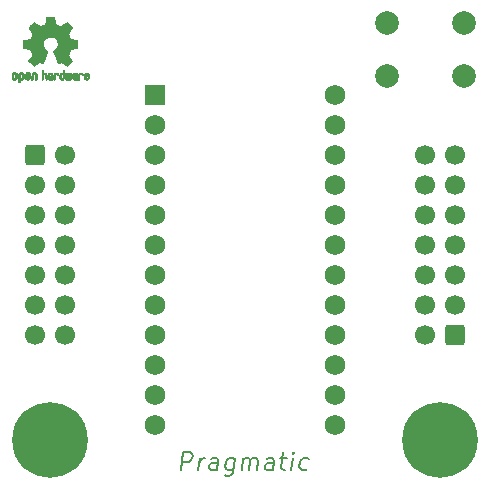
<source format=gts>
%TF.GenerationSoftware,KiCad,Pcbnew,(6.0.4-0)*%
%TF.CreationDate,2022-03-28T13:42:25+08:00*%
%TF.ProjectId,Pragmatic,50726167-6d61-4746-9963-2e6b69636164,V3*%
%TF.SameCoordinates,Original*%
%TF.FileFunction,Soldermask,Top*%
%TF.FilePolarity,Negative*%
%FSLAX46Y46*%
G04 Gerber Fmt 4.6, Leading zero omitted, Abs format (unit mm)*
G04 Created by KiCad (PCBNEW (6.0.4-0)) date 2022-03-28 13:42:25*
%MOMM*%
%LPD*%
G01*
G04 APERTURE LIST*
G04 Aperture macros list*
%AMRoundRect*
0 Rectangle with rounded corners*
0 $1 Rounding radius*
0 $2 $3 $4 $5 $6 $7 $8 $9 X,Y pos of 4 corners*
0 Add a 4 corners polygon primitive as box body*
4,1,4,$2,$3,$4,$5,$6,$7,$8,$9,$2,$3,0*
0 Add four circle primitives for the rounded corners*
1,1,$1+$1,$2,$3*
1,1,$1+$1,$4,$5*
1,1,$1+$1,$6,$7*
1,1,$1+$1,$8,$9*
0 Add four rect primitives between the rounded corners*
20,1,$1+$1,$2,$3,$4,$5,0*
20,1,$1+$1,$4,$5,$6,$7,0*
20,1,$1+$1,$6,$7,$8,$9,0*
20,1,$1+$1,$8,$9,$2,$3,0*%
G04 Aperture macros list end*
%ADD10C,0.200000*%
%ADD11C,0.010000*%
%ADD12RoundRect,0.250000X-0.600000X-0.600000X0.600000X-0.600000X0.600000X0.600000X-0.600000X0.600000X0*%
%ADD13C,1.700000*%
%ADD14RoundRect,0.250000X0.600000X0.600000X-0.600000X0.600000X-0.600000X-0.600000X0.600000X-0.600000X0*%
%ADD15C,2.000000*%
%ADD16R,1.752600X1.752600*%
%ADD17C,1.752600*%
%ADD18C,6.400000*%
G04 APERTURE END LIST*
D10*
X134236562Y-85133571D02*
X134424062Y-83633571D01*
X134995491Y-83633571D01*
X135129419Y-83705000D01*
X135191919Y-83776428D01*
X135245491Y-83919285D01*
X135218705Y-84133571D01*
X135129419Y-84276428D01*
X135049062Y-84347857D01*
X134897276Y-84419285D01*
X134325848Y-84419285D01*
X135736562Y-85133571D02*
X135861562Y-84133571D01*
X135825848Y-84419285D02*
X135915133Y-84276428D01*
X135995491Y-84205000D01*
X136147276Y-84133571D01*
X136290133Y-84133571D01*
X137307991Y-85133571D02*
X137406205Y-84347857D01*
X137352633Y-84205000D01*
X137218705Y-84133571D01*
X136932991Y-84133571D01*
X136781205Y-84205000D01*
X137316919Y-85062142D02*
X137165133Y-85133571D01*
X136807991Y-85133571D01*
X136674062Y-85062142D01*
X136620491Y-84919285D01*
X136638348Y-84776428D01*
X136727633Y-84633571D01*
X136879419Y-84562142D01*
X137236562Y-84562142D01*
X137388348Y-84490714D01*
X138790133Y-84133571D02*
X138638348Y-85347857D01*
X138549062Y-85490714D01*
X138468705Y-85562142D01*
X138316919Y-85633571D01*
X138102633Y-85633571D01*
X137968705Y-85562142D01*
X138674062Y-85062142D02*
X138522276Y-85133571D01*
X138236562Y-85133571D01*
X138102633Y-85062142D01*
X138040133Y-84990714D01*
X137986562Y-84847857D01*
X138040133Y-84419285D01*
X138129419Y-84276428D01*
X138209776Y-84205000D01*
X138361562Y-84133571D01*
X138647276Y-84133571D01*
X138781205Y-84205000D01*
X139379419Y-85133571D02*
X139504419Y-84133571D01*
X139486562Y-84276428D02*
X139566919Y-84205000D01*
X139718705Y-84133571D01*
X139932991Y-84133571D01*
X140066919Y-84205000D01*
X140120491Y-84347857D01*
X140022276Y-85133571D01*
X140120491Y-84347857D02*
X140209776Y-84205000D01*
X140361562Y-84133571D01*
X140575848Y-84133571D01*
X140709776Y-84205000D01*
X140763348Y-84347857D01*
X140665133Y-85133571D01*
X142022276Y-85133571D02*
X142120491Y-84347857D01*
X142066919Y-84205000D01*
X141932991Y-84133571D01*
X141647276Y-84133571D01*
X141495491Y-84205000D01*
X142031205Y-85062142D02*
X141879419Y-85133571D01*
X141522276Y-85133571D01*
X141388348Y-85062142D01*
X141334776Y-84919285D01*
X141352633Y-84776428D01*
X141441919Y-84633571D01*
X141593705Y-84562142D01*
X141950848Y-84562142D01*
X142102633Y-84490714D01*
X142647276Y-84133571D02*
X143218705Y-84133571D01*
X142924062Y-83633571D02*
X142763348Y-84919285D01*
X142816919Y-85062142D01*
X142950848Y-85133571D01*
X143093705Y-85133571D01*
X143593705Y-85133571D02*
X143718705Y-84133571D01*
X143781205Y-83633571D02*
X143700848Y-83705000D01*
X143763348Y-83776428D01*
X143843705Y-83705000D01*
X143781205Y-83633571D01*
X143763348Y-83776428D01*
X144959776Y-85062142D02*
X144807991Y-85133571D01*
X144522276Y-85133571D01*
X144388348Y-85062142D01*
X144325848Y-84990714D01*
X144272276Y-84847857D01*
X144325848Y-84419285D01*
X144415133Y-84276428D01*
X144495491Y-84205000D01*
X144647276Y-84133571D01*
X144932991Y-84133571D01*
X145066919Y-84205000D01*
%TO.C,Logo1*%
G36*
X124969833Y-51488663D02*
G01*
X124972048Y-51526850D01*
X124973784Y-51584886D01*
X124974899Y-51658180D01*
X124975257Y-51735055D01*
X124975257Y-51995196D01*
X124929326Y-52041127D01*
X124897675Y-52069429D01*
X124869890Y-52080893D01*
X124831915Y-52080168D01*
X124816840Y-52078321D01*
X124769726Y-52072948D01*
X124730756Y-52069869D01*
X124721257Y-52069585D01*
X124689233Y-52071445D01*
X124643432Y-52076114D01*
X124625674Y-52078321D01*
X124582057Y-52081735D01*
X124552745Y-52074320D01*
X124523680Y-52051427D01*
X124513188Y-52041127D01*
X124467257Y-51995196D01*
X124467257Y-51508602D01*
X124504226Y-51491758D01*
X124536059Y-51479282D01*
X124554683Y-51474914D01*
X124559458Y-51488718D01*
X124563921Y-51527286D01*
X124567775Y-51586356D01*
X124570722Y-51661663D01*
X124572143Y-51725286D01*
X124576114Y-51975657D01*
X124610759Y-51980556D01*
X124642268Y-51977131D01*
X124657708Y-51966041D01*
X124662023Y-51945308D01*
X124665708Y-51901145D01*
X124668469Y-51839146D01*
X124670012Y-51764909D01*
X124670235Y-51726706D01*
X124670457Y-51506783D01*
X124716166Y-51490849D01*
X124748518Y-51480015D01*
X124766115Y-51474962D01*
X124766623Y-51474914D01*
X124768388Y-51488648D01*
X124770329Y-51526730D01*
X124772282Y-51584482D01*
X124774084Y-51657227D01*
X124775343Y-51725286D01*
X124779314Y-51975657D01*
X124866400Y-51975657D01*
X124870396Y-51747240D01*
X124874392Y-51518822D01*
X124916847Y-51496868D01*
X124948192Y-51481793D01*
X124966744Y-51474951D01*
X124967279Y-51474914D01*
X124969833Y-51488663D01*
G37*
D11*
X124969833Y-51488663D02*
X124972048Y-51526850D01*
X124973784Y-51584886D01*
X124974899Y-51658180D01*
X124975257Y-51735055D01*
X124975257Y-51995196D01*
X124929326Y-52041127D01*
X124897675Y-52069429D01*
X124869890Y-52080893D01*
X124831915Y-52080168D01*
X124816840Y-52078321D01*
X124769726Y-52072948D01*
X124730756Y-52069869D01*
X124721257Y-52069585D01*
X124689233Y-52071445D01*
X124643432Y-52076114D01*
X124625674Y-52078321D01*
X124582057Y-52081735D01*
X124552745Y-52074320D01*
X124523680Y-52051427D01*
X124513188Y-52041127D01*
X124467257Y-51995196D01*
X124467257Y-51508602D01*
X124504226Y-51491758D01*
X124536059Y-51479282D01*
X124554683Y-51474914D01*
X124559458Y-51488718D01*
X124563921Y-51527286D01*
X124567775Y-51586356D01*
X124570722Y-51661663D01*
X124572143Y-51725286D01*
X124576114Y-51975657D01*
X124610759Y-51980556D01*
X124642268Y-51977131D01*
X124657708Y-51966041D01*
X124662023Y-51945308D01*
X124665708Y-51901145D01*
X124668469Y-51839146D01*
X124670012Y-51764909D01*
X124670235Y-51726706D01*
X124670457Y-51506783D01*
X124716166Y-51490849D01*
X124748518Y-51480015D01*
X124766115Y-51474962D01*
X124766623Y-51474914D01*
X124768388Y-51488648D01*
X124770329Y-51526730D01*
X124772282Y-51584482D01*
X124774084Y-51657227D01*
X124775343Y-51725286D01*
X124779314Y-51975657D01*
X124866400Y-51975657D01*
X124870396Y-51747240D01*
X124874392Y-51518822D01*
X124916847Y-51496868D01*
X124948192Y-51481793D01*
X124966744Y-51474951D01*
X124967279Y-51474914D01*
X124969833Y-51488663D01*
G36*
X123293910Y-46772348D02*
G01*
X123372454Y-46772778D01*
X123429298Y-46773942D01*
X123468105Y-46776207D01*
X123492538Y-46779940D01*
X123506262Y-46785506D01*
X123512940Y-46793273D01*
X123516236Y-46803605D01*
X123516556Y-46804943D01*
X123521562Y-46829079D01*
X123530829Y-46876701D01*
X123543392Y-46942741D01*
X123558287Y-47022128D01*
X123574551Y-47109796D01*
X123575119Y-47112875D01*
X123591410Y-47198789D01*
X123606652Y-47274696D01*
X123619861Y-47336045D01*
X123630054Y-47378282D01*
X123636248Y-47396855D01*
X123636543Y-47397184D01*
X123654788Y-47406253D01*
X123692405Y-47421367D01*
X123741271Y-47439262D01*
X123741543Y-47439358D01*
X123803093Y-47462493D01*
X123875657Y-47491965D01*
X123944057Y-47521597D01*
X123947294Y-47523062D01*
X124058702Y-47573626D01*
X124305399Y-47405160D01*
X124381077Y-47353803D01*
X124449631Y-47307889D01*
X124507088Y-47270030D01*
X124549476Y-47242837D01*
X124572825Y-47228921D01*
X124575042Y-47227889D01*
X124592010Y-47232484D01*
X124623701Y-47254655D01*
X124671352Y-47295447D01*
X124736198Y-47355905D01*
X124802397Y-47420227D01*
X124866214Y-47483612D01*
X124923329Y-47541451D01*
X124970305Y-47590175D01*
X125003703Y-47626210D01*
X125020085Y-47645984D01*
X125020694Y-47647002D01*
X125022505Y-47660572D01*
X125015683Y-47682733D01*
X124998540Y-47716478D01*
X124969393Y-47764800D01*
X124926555Y-47830692D01*
X124869448Y-47915517D01*
X124818766Y-47990177D01*
X124773461Y-48057140D01*
X124736150Y-48112516D01*
X124709452Y-48152420D01*
X124695985Y-48172962D01*
X124695137Y-48174356D01*
X124696781Y-48194038D01*
X124709245Y-48232293D01*
X124730048Y-48281889D01*
X124737462Y-48297728D01*
X124769814Y-48368290D01*
X124804328Y-48448353D01*
X124832365Y-48517629D01*
X124852568Y-48569045D01*
X124868615Y-48608119D01*
X124877888Y-48628541D01*
X124879041Y-48630114D01*
X124896096Y-48632721D01*
X124936298Y-48639863D01*
X124994302Y-48650523D01*
X125064763Y-48663685D01*
X125142335Y-48678333D01*
X125221672Y-48693449D01*
X125297431Y-48708018D01*
X125364264Y-48721022D01*
X125416828Y-48731445D01*
X125449776Y-48738270D01*
X125457857Y-48740199D01*
X125466205Y-48744962D01*
X125472506Y-48755718D01*
X125477045Y-48776098D01*
X125480104Y-48809734D01*
X125481967Y-48860255D01*
X125482918Y-48931292D01*
X125483240Y-49026476D01*
X125483257Y-49065492D01*
X125483257Y-49382799D01*
X125407057Y-49397839D01*
X125364663Y-49405995D01*
X125301400Y-49417899D01*
X125224962Y-49432116D01*
X125143043Y-49447210D01*
X125120400Y-49451355D01*
X125044806Y-49466053D01*
X124978953Y-49480505D01*
X124928366Y-49493375D01*
X124898574Y-49503322D01*
X124893612Y-49506287D01*
X124881426Y-49527283D01*
X124863953Y-49567967D01*
X124844577Y-49620322D01*
X124840734Y-49631600D01*
X124815339Y-49701523D01*
X124783817Y-49780418D01*
X124752969Y-49851266D01*
X124752817Y-49851595D01*
X124701447Y-49962733D01*
X124870399Y-50211253D01*
X125039352Y-50459772D01*
X124822429Y-50677058D01*
X124756819Y-50741726D01*
X124696979Y-50798733D01*
X124646267Y-50845033D01*
X124608046Y-50877584D01*
X124585675Y-50893343D01*
X124582466Y-50894343D01*
X124563626Y-50886469D01*
X124525180Y-50864578D01*
X124471330Y-50831267D01*
X124406276Y-50789131D01*
X124335940Y-50741943D01*
X124264555Y-50693810D01*
X124200908Y-50651928D01*
X124149041Y-50618871D01*
X124112995Y-50597218D01*
X124096867Y-50589543D01*
X124077189Y-50596037D01*
X124039875Y-50613150D01*
X123992621Y-50637326D01*
X123987612Y-50640013D01*
X123923977Y-50671927D01*
X123880341Y-50687579D01*
X123853202Y-50687745D01*
X123839057Y-50673204D01*
X123838975Y-50673000D01*
X123831905Y-50655779D01*
X123815042Y-50614899D01*
X123789695Y-50553525D01*
X123757171Y-50474819D01*
X123718778Y-50381947D01*
X123675822Y-50278072D01*
X123634222Y-50177502D01*
X123588504Y-50066516D01*
X123546526Y-49963703D01*
X123509548Y-49872215D01*
X123478827Y-49795201D01*
X123455622Y-49735815D01*
X123441190Y-49697209D01*
X123436743Y-49682800D01*
X123447896Y-49666272D01*
X123477069Y-49639930D01*
X123515971Y-49610887D01*
X123626757Y-49519039D01*
X123713351Y-49413759D01*
X123774716Y-49297266D01*
X123809815Y-49171776D01*
X123817608Y-49039507D01*
X123811943Y-48978457D01*
X123781078Y-48851795D01*
X123727920Y-48739941D01*
X123655767Y-48644001D01*
X123567917Y-48565076D01*
X123467665Y-48504270D01*
X123358310Y-48462687D01*
X123243147Y-48441428D01*
X123125475Y-48441599D01*
X123008590Y-48464301D01*
X122895789Y-48510638D01*
X122790369Y-48581713D01*
X122746368Y-48621911D01*
X122661979Y-48725129D01*
X122603222Y-48837925D01*
X122569704Y-48957010D01*
X122561035Y-49079095D01*
X122576823Y-49200893D01*
X122616678Y-49319116D01*
X122680207Y-49430475D01*
X122767021Y-49531684D01*
X122864029Y-49610887D01*
X122904437Y-49641162D01*
X122932982Y-49667219D01*
X122943257Y-49682825D01*
X122937877Y-49699843D01*
X122922575Y-49740500D01*
X122898612Y-49801642D01*
X122867244Y-49880119D01*
X122829732Y-49972780D01*
X122787333Y-50076472D01*
X122745663Y-50177526D01*
X122699690Y-50288607D01*
X122657107Y-50391541D01*
X122619221Y-50483165D01*
X122587340Y-50560316D01*
X122562771Y-50619831D01*
X122546820Y-50658544D01*
X122540910Y-50673000D01*
X122526948Y-50687685D01*
X122499940Y-50687642D01*
X122456413Y-50672099D01*
X122392890Y-50640284D01*
X122392388Y-50640013D01*
X122344560Y-50615323D01*
X122305897Y-50597338D01*
X122284095Y-50589614D01*
X122283133Y-50589543D01*
X122266721Y-50597378D01*
X122230487Y-50619165D01*
X122178474Y-50652328D01*
X122114725Y-50694291D01*
X122044060Y-50741943D01*
X121972116Y-50790191D01*
X121907274Y-50832151D01*
X121853735Y-50865227D01*
X121815697Y-50886821D01*
X121797533Y-50894343D01*
X121780808Y-50884457D01*
X121747180Y-50856826D01*
X121700010Y-50814495D01*
X121642658Y-50760505D01*
X121578484Y-50697899D01*
X121557497Y-50676983D01*
X121340499Y-50459623D01*
X121505668Y-50217220D01*
X121555864Y-50142781D01*
X121599919Y-50075972D01*
X121635362Y-50020665D01*
X121659719Y-49980729D01*
X121670522Y-49960036D01*
X121670838Y-49958563D01*
X121665143Y-49939058D01*
X121649826Y-49899822D01*
X121627537Y-49847430D01*
X121611893Y-49812355D01*
X121582641Y-49745201D01*
X121555094Y-49677358D01*
X121533737Y-49620034D01*
X121527935Y-49602572D01*
X121511452Y-49555938D01*
X121495340Y-49519905D01*
X121486490Y-49506287D01*
X121466960Y-49497952D01*
X121424334Y-49486137D01*
X121364145Y-49472181D01*
X121291922Y-49457422D01*
X121259600Y-49451355D01*
X121177522Y-49436273D01*
X121098795Y-49421669D01*
X121031109Y-49408980D01*
X120982160Y-49399642D01*
X120972943Y-49397839D01*
X120896743Y-49382799D01*
X120896743Y-49065492D01*
X120896914Y-48961154D01*
X120897616Y-48882213D01*
X120899134Y-48825038D01*
X120901749Y-48785999D01*
X120905746Y-48761465D01*
X120911409Y-48747805D01*
X120919020Y-48741389D01*
X120922143Y-48740199D01*
X120940978Y-48735980D01*
X120982588Y-48727562D01*
X121041630Y-48715961D01*
X121112757Y-48702195D01*
X121190625Y-48687280D01*
X121269887Y-48672232D01*
X121345198Y-48658069D01*
X121411213Y-48645806D01*
X121462587Y-48636461D01*
X121493975Y-48631050D01*
X121500959Y-48630114D01*
X121507285Y-48617596D01*
X121521290Y-48584246D01*
X121540355Y-48536377D01*
X121547634Y-48517629D01*
X121576996Y-48445195D01*
X121611571Y-48365170D01*
X121642537Y-48297728D01*
X121665323Y-48246159D01*
X121680482Y-48203785D01*
X121685542Y-48177834D01*
X121684736Y-48174356D01*
X121674041Y-48157936D01*
X121649620Y-48121417D01*
X121614095Y-48068687D01*
X121570087Y-48003635D01*
X121520217Y-47930151D01*
X121510356Y-47915645D01*
X121452492Y-47829704D01*
X121409956Y-47764261D01*
X121381054Y-47716304D01*
X121364090Y-47682820D01*
X121357367Y-47660795D01*
X121359190Y-47647217D01*
X121359236Y-47647131D01*
X121373586Y-47629297D01*
X121405323Y-47594817D01*
X121451010Y-47547268D01*
X121507204Y-47490222D01*
X121570468Y-47427255D01*
X121577602Y-47420227D01*
X121657330Y-47343020D01*
X121718857Y-47286330D01*
X121763421Y-47249110D01*
X121792257Y-47230315D01*
X121804958Y-47227889D01*
X121823494Y-47238471D01*
X121861961Y-47262916D01*
X121916386Y-47298612D01*
X121982798Y-47342947D01*
X122057225Y-47393311D01*
X122074601Y-47405160D01*
X122321297Y-47573626D01*
X122432706Y-47523062D01*
X122500457Y-47493595D01*
X122573183Y-47463959D01*
X122635703Y-47440330D01*
X122638457Y-47439358D01*
X122687360Y-47421457D01*
X122725057Y-47406320D01*
X122743425Y-47397210D01*
X122743456Y-47397184D01*
X122749285Y-47380717D01*
X122759192Y-47340219D01*
X122772195Y-47280242D01*
X122787309Y-47205340D01*
X122803552Y-47120064D01*
X122804881Y-47112875D01*
X122821175Y-47025014D01*
X122836133Y-46945260D01*
X122848791Y-46878681D01*
X122858186Y-46830347D01*
X122863354Y-46805325D01*
X122863444Y-46804943D01*
X122866589Y-46794299D01*
X122872704Y-46786262D01*
X122885453Y-46780467D01*
X122908500Y-46776547D01*
X122945509Y-46774135D01*
X123000144Y-46772865D01*
X123076067Y-46772371D01*
X123176944Y-46772286D01*
X123190000Y-46772286D01*
X123293910Y-46772348D01*
G37*
X123293910Y-46772348D02*
X123372454Y-46772778D01*
X123429298Y-46773942D01*
X123468105Y-46776207D01*
X123492538Y-46779940D01*
X123506262Y-46785506D01*
X123512940Y-46793273D01*
X123516236Y-46803605D01*
X123516556Y-46804943D01*
X123521562Y-46829079D01*
X123530829Y-46876701D01*
X123543392Y-46942741D01*
X123558287Y-47022128D01*
X123574551Y-47109796D01*
X123575119Y-47112875D01*
X123591410Y-47198789D01*
X123606652Y-47274696D01*
X123619861Y-47336045D01*
X123630054Y-47378282D01*
X123636248Y-47396855D01*
X123636543Y-47397184D01*
X123654788Y-47406253D01*
X123692405Y-47421367D01*
X123741271Y-47439262D01*
X123741543Y-47439358D01*
X123803093Y-47462493D01*
X123875657Y-47491965D01*
X123944057Y-47521597D01*
X123947294Y-47523062D01*
X124058702Y-47573626D01*
X124305399Y-47405160D01*
X124381077Y-47353803D01*
X124449631Y-47307889D01*
X124507088Y-47270030D01*
X124549476Y-47242837D01*
X124572825Y-47228921D01*
X124575042Y-47227889D01*
X124592010Y-47232484D01*
X124623701Y-47254655D01*
X124671352Y-47295447D01*
X124736198Y-47355905D01*
X124802397Y-47420227D01*
X124866214Y-47483612D01*
X124923329Y-47541451D01*
X124970305Y-47590175D01*
X125003703Y-47626210D01*
X125020085Y-47645984D01*
X125020694Y-47647002D01*
X125022505Y-47660572D01*
X125015683Y-47682733D01*
X124998540Y-47716478D01*
X124969393Y-47764800D01*
X124926555Y-47830692D01*
X124869448Y-47915517D01*
X124818766Y-47990177D01*
X124773461Y-48057140D01*
X124736150Y-48112516D01*
X124709452Y-48152420D01*
X124695985Y-48172962D01*
X124695137Y-48174356D01*
X124696781Y-48194038D01*
X124709245Y-48232293D01*
X124730048Y-48281889D01*
X124737462Y-48297728D01*
X124769814Y-48368290D01*
X124804328Y-48448353D01*
X124832365Y-48517629D01*
X124852568Y-48569045D01*
X124868615Y-48608119D01*
X124877888Y-48628541D01*
X124879041Y-48630114D01*
X124896096Y-48632721D01*
X124936298Y-48639863D01*
X124994302Y-48650523D01*
X125064763Y-48663685D01*
X125142335Y-48678333D01*
X125221672Y-48693449D01*
X125297431Y-48708018D01*
X125364264Y-48721022D01*
X125416828Y-48731445D01*
X125449776Y-48738270D01*
X125457857Y-48740199D01*
X125466205Y-48744962D01*
X125472506Y-48755718D01*
X125477045Y-48776098D01*
X125480104Y-48809734D01*
X125481967Y-48860255D01*
X125482918Y-48931292D01*
X125483240Y-49026476D01*
X125483257Y-49065492D01*
X125483257Y-49382799D01*
X125407057Y-49397839D01*
X125364663Y-49405995D01*
X125301400Y-49417899D01*
X125224962Y-49432116D01*
X125143043Y-49447210D01*
X125120400Y-49451355D01*
X125044806Y-49466053D01*
X124978953Y-49480505D01*
X124928366Y-49493375D01*
X124898574Y-49503322D01*
X124893612Y-49506287D01*
X124881426Y-49527283D01*
X124863953Y-49567967D01*
X124844577Y-49620322D01*
X124840734Y-49631600D01*
X124815339Y-49701523D01*
X124783817Y-49780418D01*
X124752969Y-49851266D01*
X124752817Y-49851595D01*
X124701447Y-49962733D01*
X124870399Y-50211253D01*
X125039352Y-50459772D01*
X124822429Y-50677058D01*
X124756819Y-50741726D01*
X124696979Y-50798733D01*
X124646267Y-50845033D01*
X124608046Y-50877584D01*
X124585675Y-50893343D01*
X124582466Y-50894343D01*
X124563626Y-50886469D01*
X124525180Y-50864578D01*
X124471330Y-50831267D01*
X124406276Y-50789131D01*
X124335940Y-50741943D01*
X124264555Y-50693810D01*
X124200908Y-50651928D01*
X124149041Y-50618871D01*
X124112995Y-50597218D01*
X124096867Y-50589543D01*
X124077189Y-50596037D01*
X124039875Y-50613150D01*
X123992621Y-50637326D01*
X123987612Y-50640013D01*
X123923977Y-50671927D01*
X123880341Y-50687579D01*
X123853202Y-50687745D01*
X123839057Y-50673204D01*
X123838975Y-50673000D01*
X123831905Y-50655779D01*
X123815042Y-50614899D01*
X123789695Y-50553525D01*
X123757171Y-50474819D01*
X123718778Y-50381947D01*
X123675822Y-50278072D01*
X123634222Y-50177502D01*
X123588504Y-50066516D01*
X123546526Y-49963703D01*
X123509548Y-49872215D01*
X123478827Y-49795201D01*
X123455622Y-49735815D01*
X123441190Y-49697209D01*
X123436743Y-49682800D01*
X123447896Y-49666272D01*
X123477069Y-49639930D01*
X123515971Y-49610887D01*
X123626757Y-49519039D01*
X123713351Y-49413759D01*
X123774716Y-49297266D01*
X123809815Y-49171776D01*
X123817608Y-49039507D01*
X123811943Y-48978457D01*
X123781078Y-48851795D01*
X123727920Y-48739941D01*
X123655767Y-48644001D01*
X123567917Y-48565076D01*
X123467665Y-48504270D01*
X123358310Y-48462687D01*
X123243147Y-48441428D01*
X123125475Y-48441599D01*
X123008590Y-48464301D01*
X122895789Y-48510638D01*
X122790369Y-48581713D01*
X122746368Y-48621911D01*
X122661979Y-48725129D01*
X122603222Y-48837925D01*
X122569704Y-48957010D01*
X122561035Y-49079095D01*
X122576823Y-49200893D01*
X122616678Y-49319116D01*
X122680207Y-49430475D01*
X122767021Y-49531684D01*
X122864029Y-49610887D01*
X122904437Y-49641162D01*
X122932982Y-49667219D01*
X122943257Y-49682825D01*
X122937877Y-49699843D01*
X122922575Y-49740500D01*
X122898612Y-49801642D01*
X122867244Y-49880119D01*
X122829732Y-49972780D01*
X122787333Y-50076472D01*
X122745663Y-50177526D01*
X122699690Y-50288607D01*
X122657107Y-50391541D01*
X122619221Y-50483165D01*
X122587340Y-50560316D01*
X122562771Y-50619831D01*
X122546820Y-50658544D01*
X122540910Y-50673000D01*
X122526948Y-50687685D01*
X122499940Y-50687642D01*
X122456413Y-50672099D01*
X122392890Y-50640284D01*
X122392388Y-50640013D01*
X122344560Y-50615323D01*
X122305897Y-50597338D01*
X122284095Y-50589614D01*
X122283133Y-50589543D01*
X122266721Y-50597378D01*
X122230487Y-50619165D01*
X122178474Y-50652328D01*
X122114725Y-50694291D01*
X122044060Y-50741943D01*
X121972116Y-50790191D01*
X121907274Y-50832151D01*
X121853735Y-50865227D01*
X121815697Y-50886821D01*
X121797533Y-50894343D01*
X121780808Y-50884457D01*
X121747180Y-50856826D01*
X121700010Y-50814495D01*
X121642658Y-50760505D01*
X121578484Y-50697899D01*
X121557497Y-50676983D01*
X121340499Y-50459623D01*
X121505668Y-50217220D01*
X121555864Y-50142781D01*
X121599919Y-50075972D01*
X121635362Y-50020665D01*
X121659719Y-49980729D01*
X121670522Y-49960036D01*
X121670838Y-49958563D01*
X121665143Y-49939058D01*
X121649826Y-49899822D01*
X121627537Y-49847430D01*
X121611893Y-49812355D01*
X121582641Y-49745201D01*
X121555094Y-49677358D01*
X121533737Y-49620034D01*
X121527935Y-49602572D01*
X121511452Y-49555938D01*
X121495340Y-49519905D01*
X121486490Y-49506287D01*
X121466960Y-49497952D01*
X121424334Y-49486137D01*
X121364145Y-49472181D01*
X121291922Y-49457422D01*
X121259600Y-49451355D01*
X121177522Y-49436273D01*
X121098795Y-49421669D01*
X121031109Y-49408980D01*
X120982160Y-49399642D01*
X120972943Y-49397839D01*
X120896743Y-49382799D01*
X120896743Y-49065492D01*
X120896914Y-48961154D01*
X120897616Y-48882213D01*
X120899134Y-48825038D01*
X120901749Y-48785999D01*
X120905746Y-48761465D01*
X120911409Y-48747805D01*
X120919020Y-48741389D01*
X120922143Y-48740199D01*
X120940978Y-48735980D01*
X120982588Y-48727562D01*
X121041630Y-48715961D01*
X121112757Y-48702195D01*
X121190625Y-48687280D01*
X121269887Y-48672232D01*
X121345198Y-48658069D01*
X121411213Y-48645806D01*
X121462587Y-48636461D01*
X121493975Y-48631050D01*
X121500959Y-48630114D01*
X121507285Y-48617596D01*
X121521290Y-48584246D01*
X121540355Y-48536377D01*
X121547634Y-48517629D01*
X121576996Y-48445195D01*
X121611571Y-48365170D01*
X121642537Y-48297728D01*
X121665323Y-48246159D01*
X121680482Y-48203785D01*
X121685542Y-48177834D01*
X121684736Y-48174356D01*
X121674041Y-48157936D01*
X121649620Y-48121417D01*
X121614095Y-48068687D01*
X121570087Y-48003635D01*
X121520217Y-47930151D01*
X121510356Y-47915645D01*
X121452492Y-47829704D01*
X121409956Y-47764261D01*
X121381054Y-47716304D01*
X121364090Y-47682820D01*
X121357367Y-47660795D01*
X121359190Y-47647217D01*
X121359236Y-47647131D01*
X121373586Y-47629297D01*
X121405323Y-47594817D01*
X121451010Y-47547268D01*
X121507204Y-47490222D01*
X121570468Y-47427255D01*
X121577602Y-47420227D01*
X121657330Y-47343020D01*
X121718857Y-47286330D01*
X121763421Y-47249110D01*
X121792257Y-47230315D01*
X121804958Y-47227889D01*
X121823494Y-47238471D01*
X121861961Y-47262916D01*
X121916386Y-47298612D01*
X121982798Y-47342947D01*
X122057225Y-47393311D01*
X122074601Y-47405160D01*
X122321297Y-47573626D01*
X122432706Y-47523062D01*
X122500457Y-47493595D01*
X122573183Y-47463959D01*
X122635703Y-47440330D01*
X122638457Y-47439358D01*
X122687360Y-47421457D01*
X122725057Y-47406320D01*
X122743425Y-47397210D01*
X122743456Y-47397184D01*
X122749285Y-47380717D01*
X122759192Y-47340219D01*
X122772195Y-47280242D01*
X122787309Y-47205340D01*
X122803552Y-47120064D01*
X122804881Y-47112875D01*
X122821175Y-47025014D01*
X122836133Y-46945260D01*
X122848791Y-46878681D01*
X122858186Y-46830347D01*
X122863354Y-46805325D01*
X122863444Y-46804943D01*
X122866589Y-46794299D01*
X122872704Y-46786262D01*
X122885453Y-46780467D01*
X122908500Y-46776547D01*
X122945509Y-46774135D01*
X123000144Y-46772865D01*
X123076067Y-46772371D01*
X123176944Y-46772286D01*
X123190000Y-46772286D01*
X123293910Y-46772348D01*
G36*
X126058196Y-51625384D02*
G01*
X126071884Y-51576695D01*
X126094096Y-51540849D01*
X126126574Y-51512513D01*
X126140733Y-51503355D01*
X126205053Y-51479507D01*
X126275473Y-51478006D01*
X126343595Y-51496966D01*
X126401021Y-51534497D01*
X126428719Y-51568096D01*
X126450662Y-51629064D01*
X126452405Y-51677308D01*
X126448457Y-51741816D01*
X126299686Y-51806934D01*
X126227349Y-51840202D01*
X126180084Y-51866964D01*
X126155507Y-51890144D01*
X126151237Y-51912667D01*
X126164889Y-51937455D01*
X126179943Y-51953886D01*
X126223746Y-51980235D01*
X126271389Y-51982081D01*
X126315145Y-51961546D01*
X126347289Y-51920752D01*
X126353038Y-51906347D01*
X126380576Y-51861356D01*
X126412258Y-51842182D01*
X126455714Y-51825779D01*
X126455714Y-51887966D01*
X126451872Y-51930283D01*
X126436823Y-51965969D01*
X126405280Y-52006943D01*
X126400592Y-52012267D01*
X126365506Y-52048720D01*
X126335347Y-52068283D01*
X126297615Y-52077283D01*
X126266335Y-52080230D01*
X126210385Y-52080965D01*
X126170555Y-52071660D01*
X126145708Y-52057846D01*
X126106656Y-52027467D01*
X126079625Y-51994613D01*
X126062517Y-51953294D01*
X126053238Y-51897521D01*
X126049693Y-51821305D01*
X126049410Y-51782622D01*
X126050372Y-51736247D01*
X126138007Y-51736247D01*
X126139023Y-51761126D01*
X126141556Y-51765200D01*
X126158274Y-51759665D01*
X126194249Y-51745017D01*
X126242331Y-51724190D01*
X126252386Y-51719714D01*
X126313152Y-51688814D01*
X126346632Y-51661657D01*
X126353990Y-51636220D01*
X126336391Y-51610481D01*
X126321856Y-51599109D01*
X126269410Y-51576364D01*
X126220322Y-51580122D01*
X126179227Y-51607884D01*
X126150758Y-51657152D01*
X126141631Y-51696257D01*
X126138007Y-51736247D01*
X126050372Y-51736247D01*
X126051285Y-51692249D01*
X126058196Y-51625384D01*
G37*
X126058196Y-51625384D02*
X126071884Y-51576695D01*
X126094096Y-51540849D01*
X126126574Y-51512513D01*
X126140733Y-51503355D01*
X126205053Y-51479507D01*
X126275473Y-51478006D01*
X126343595Y-51496966D01*
X126401021Y-51534497D01*
X126428719Y-51568096D01*
X126450662Y-51629064D01*
X126452405Y-51677308D01*
X126448457Y-51741816D01*
X126299686Y-51806934D01*
X126227349Y-51840202D01*
X126180084Y-51866964D01*
X126155507Y-51890144D01*
X126151237Y-51912667D01*
X126164889Y-51937455D01*
X126179943Y-51953886D01*
X126223746Y-51980235D01*
X126271389Y-51982081D01*
X126315145Y-51961546D01*
X126347289Y-51920752D01*
X126353038Y-51906347D01*
X126380576Y-51861356D01*
X126412258Y-51842182D01*
X126455714Y-51825779D01*
X126455714Y-51887966D01*
X126451872Y-51930283D01*
X126436823Y-51965969D01*
X126405280Y-52006943D01*
X126400592Y-52012267D01*
X126365506Y-52048720D01*
X126335347Y-52068283D01*
X126297615Y-52077283D01*
X126266335Y-52080230D01*
X126210385Y-52080965D01*
X126170555Y-52071660D01*
X126145708Y-52057846D01*
X126106656Y-52027467D01*
X126079625Y-51994613D01*
X126062517Y-51953294D01*
X126053238Y-51897521D01*
X126049693Y-51821305D01*
X126049410Y-51782622D01*
X126050372Y-51736247D01*
X126138007Y-51736247D01*
X126139023Y-51761126D01*
X126141556Y-51765200D01*
X126158274Y-51759665D01*
X126194249Y-51745017D01*
X126242331Y-51724190D01*
X126252386Y-51719714D01*
X126313152Y-51688814D01*
X126346632Y-51661657D01*
X126353990Y-51636220D01*
X126336391Y-51610481D01*
X126321856Y-51599109D01*
X126269410Y-51576364D01*
X126220322Y-51580122D01*
X126179227Y-51607884D01*
X126150758Y-51657152D01*
X126141631Y-51696257D01*
X126138007Y-51736247D01*
X126050372Y-51736247D01*
X126051285Y-51692249D01*
X126058196Y-51625384D01*
G36*
X125334876Y-51486335D02*
G01*
X125376667Y-51505344D01*
X125409469Y-51528378D01*
X125433503Y-51554133D01*
X125450097Y-51587358D01*
X125460577Y-51632800D01*
X125466271Y-51695207D01*
X125468507Y-51779327D01*
X125468743Y-51834721D01*
X125468743Y-52050826D01*
X125431774Y-52067670D01*
X125402656Y-52079981D01*
X125388231Y-52084514D01*
X125385472Y-52071025D01*
X125383282Y-52034653D01*
X125381942Y-51981542D01*
X125381657Y-51939372D01*
X125380434Y-51878447D01*
X125377136Y-51830115D01*
X125372321Y-51800518D01*
X125368496Y-51794229D01*
X125342783Y-51800652D01*
X125302418Y-51817125D01*
X125255679Y-51839458D01*
X125210845Y-51863457D01*
X125176193Y-51884930D01*
X125160002Y-51899685D01*
X125159938Y-51899845D01*
X125161330Y-51927152D01*
X125173818Y-51953219D01*
X125195743Y-51974392D01*
X125227743Y-51981474D01*
X125255092Y-51980649D01*
X125293826Y-51980042D01*
X125314158Y-51989116D01*
X125326369Y-52013092D01*
X125327909Y-52017613D01*
X125333203Y-52051806D01*
X125319047Y-52072568D01*
X125282148Y-52082462D01*
X125242289Y-52084292D01*
X125170562Y-52070727D01*
X125133432Y-52051355D01*
X125087576Y-52005845D01*
X125063256Y-51949983D01*
X125061073Y-51890957D01*
X125081629Y-51835953D01*
X125112549Y-51801486D01*
X125143420Y-51782189D01*
X125191942Y-51757759D01*
X125248485Y-51732985D01*
X125257910Y-51729199D01*
X125320019Y-51701791D01*
X125355822Y-51677634D01*
X125367337Y-51653619D01*
X125356580Y-51626635D01*
X125338114Y-51605543D01*
X125294469Y-51579572D01*
X125246446Y-51577624D01*
X125202406Y-51597637D01*
X125170709Y-51637551D01*
X125166549Y-51647848D01*
X125142327Y-51685724D01*
X125106965Y-51713842D01*
X125062343Y-51736917D01*
X125062343Y-51671485D01*
X125064969Y-51631506D01*
X125076230Y-51599997D01*
X125101199Y-51566378D01*
X125125169Y-51540484D01*
X125162441Y-51503817D01*
X125191401Y-51484121D01*
X125222505Y-51476220D01*
X125257713Y-51474914D01*
X125334876Y-51486335D01*
G37*
X125334876Y-51486335D02*
X125376667Y-51505344D01*
X125409469Y-51528378D01*
X125433503Y-51554133D01*
X125450097Y-51587358D01*
X125460577Y-51632800D01*
X125466271Y-51695207D01*
X125468507Y-51779327D01*
X125468743Y-51834721D01*
X125468743Y-52050826D01*
X125431774Y-52067670D01*
X125402656Y-52079981D01*
X125388231Y-52084514D01*
X125385472Y-52071025D01*
X125383282Y-52034653D01*
X125381942Y-51981542D01*
X125381657Y-51939372D01*
X125380434Y-51878447D01*
X125377136Y-51830115D01*
X125372321Y-51800518D01*
X125368496Y-51794229D01*
X125342783Y-51800652D01*
X125302418Y-51817125D01*
X125255679Y-51839458D01*
X125210845Y-51863457D01*
X125176193Y-51884930D01*
X125160002Y-51899685D01*
X125159938Y-51899845D01*
X125161330Y-51927152D01*
X125173818Y-51953219D01*
X125195743Y-51974392D01*
X125227743Y-51981474D01*
X125255092Y-51980649D01*
X125293826Y-51980042D01*
X125314158Y-51989116D01*
X125326369Y-52013092D01*
X125327909Y-52017613D01*
X125333203Y-52051806D01*
X125319047Y-52072568D01*
X125282148Y-52082462D01*
X125242289Y-52084292D01*
X125170562Y-52070727D01*
X125133432Y-52051355D01*
X125087576Y-52005845D01*
X125063256Y-51949983D01*
X125061073Y-51890957D01*
X125081629Y-51835953D01*
X125112549Y-51801486D01*
X125143420Y-51782189D01*
X125191942Y-51757759D01*
X125248485Y-51732985D01*
X125257910Y-51729199D01*
X125320019Y-51701791D01*
X125355822Y-51677634D01*
X125367337Y-51653619D01*
X125356580Y-51626635D01*
X125338114Y-51605543D01*
X125294469Y-51579572D01*
X125246446Y-51577624D01*
X125202406Y-51597637D01*
X125170709Y-51637551D01*
X125166549Y-51647848D01*
X125142327Y-51685724D01*
X125106965Y-51713842D01*
X125062343Y-51736917D01*
X125062343Y-51671485D01*
X125064969Y-51631506D01*
X125076230Y-51599997D01*
X125101199Y-51566378D01*
X125125169Y-51540484D01*
X125162441Y-51503817D01*
X125191401Y-51484121D01*
X125222505Y-51476220D01*
X125257713Y-51474914D01*
X125334876Y-51486335D01*
G36*
X125842600Y-51488752D02*
G01*
X125859948Y-51496334D01*
X125901356Y-51529128D01*
X125936765Y-51576547D01*
X125958664Y-51627151D01*
X125962229Y-51652098D01*
X125950279Y-51686927D01*
X125924067Y-51705357D01*
X125895964Y-51716516D01*
X125883095Y-51718572D01*
X125876829Y-51703649D01*
X125864456Y-51671175D01*
X125859028Y-51656502D01*
X125828590Y-51605744D01*
X125784520Y-51580427D01*
X125728010Y-51581206D01*
X125723825Y-51582203D01*
X125693655Y-51596507D01*
X125671476Y-51624393D01*
X125656327Y-51669287D01*
X125647250Y-51734615D01*
X125643286Y-51823804D01*
X125642914Y-51871261D01*
X125642730Y-51946071D01*
X125641522Y-51997069D01*
X125638309Y-52029471D01*
X125632109Y-52048495D01*
X125621940Y-52059356D01*
X125606819Y-52067272D01*
X125605946Y-52067670D01*
X125576828Y-52079981D01*
X125562403Y-52084514D01*
X125560186Y-52070809D01*
X125558289Y-52032925D01*
X125556847Y-51975715D01*
X125555998Y-51904027D01*
X125555829Y-51851565D01*
X125556692Y-51750047D01*
X125560070Y-51673032D01*
X125567142Y-51616023D01*
X125579088Y-51574526D01*
X125597090Y-51544043D01*
X125622327Y-51520080D01*
X125647247Y-51503355D01*
X125707171Y-51481097D01*
X125776911Y-51476076D01*
X125842600Y-51488752D01*
G37*
X125842600Y-51488752D02*
X125859948Y-51496334D01*
X125901356Y-51529128D01*
X125936765Y-51576547D01*
X125958664Y-51627151D01*
X125962229Y-51652098D01*
X125950279Y-51686927D01*
X125924067Y-51705357D01*
X125895964Y-51716516D01*
X125883095Y-51718572D01*
X125876829Y-51703649D01*
X125864456Y-51671175D01*
X125859028Y-51656502D01*
X125828590Y-51605744D01*
X125784520Y-51580427D01*
X125728010Y-51581206D01*
X125723825Y-51582203D01*
X125693655Y-51596507D01*
X125671476Y-51624393D01*
X125656327Y-51669287D01*
X125647250Y-51734615D01*
X125643286Y-51823804D01*
X125642914Y-51871261D01*
X125642730Y-51946071D01*
X125641522Y-51997069D01*
X125638309Y-52029471D01*
X125632109Y-52048495D01*
X125621940Y-52059356D01*
X125606819Y-52067272D01*
X125605946Y-52067670D01*
X125576828Y-52079981D01*
X125562403Y-52084514D01*
X125560186Y-52070809D01*
X125558289Y-52032925D01*
X125556847Y-51975715D01*
X125555998Y-51904027D01*
X125555829Y-51851565D01*
X125556692Y-51750047D01*
X125560070Y-51673032D01*
X125567142Y-51616023D01*
X125579088Y-51574526D01*
X125597090Y-51544043D01*
X125622327Y-51520080D01*
X125647247Y-51503355D01*
X125707171Y-51481097D01*
X125776911Y-51476076D01*
X125842600Y-51488752D01*
G36*
X123974726Y-51620086D02*
G01*
X123997135Y-51568600D01*
X124032124Y-51528443D01*
X124059375Y-51507861D01*
X124108907Y-51485625D01*
X124166316Y-51475304D01*
X124219682Y-51478067D01*
X124249543Y-51489212D01*
X124261261Y-51492383D01*
X124269037Y-51480557D01*
X124274465Y-51448866D01*
X124278571Y-51400593D01*
X124283067Y-51346829D01*
X124289313Y-51314482D01*
X124300676Y-51295985D01*
X124320528Y-51283770D01*
X124333000Y-51278362D01*
X124380171Y-51258601D01*
X124380117Y-51595358D01*
X124379933Y-51703837D01*
X124379219Y-51787287D01*
X124377675Y-51849704D01*
X124375001Y-51895085D01*
X124370894Y-51927429D01*
X124365055Y-51950733D01*
X124357182Y-51968995D01*
X124351221Y-51979418D01*
X124301855Y-52035945D01*
X124239264Y-52071377D01*
X124170013Y-52084090D01*
X124100668Y-52072463D01*
X124059375Y-52051568D01*
X124016025Y-52015422D01*
X123986481Y-51971276D01*
X123968655Y-51913462D01*
X123960463Y-51836313D01*
X123959302Y-51779714D01*
X123959458Y-51775647D01*
X124060857Y-51775647D01*
X124061476Y-51840550D01*
X124064314Y-51883514D01*
X124070840Y-51911622D01*
X124082523Y-51931953D01*
X124096483Y-51947288D01*
X124143365Y-51976890D01*
X124193701Y-51979419D01*
X124241276Y-51954705D01*
X124244979Y-51951356D01*
X124260783Y-51933935D01*
X124270693Y-51913209D01*
X124276058Y-51882362D01*
X124278228Y-51834577D01*
X124278571Y-51781748D01*
X124277827Y-51715381D01*
X124274748Y-51671106D01*
X124268061Y-51642009D01*
X124256496Y-51621173D01*
X124247013Y-51610107D01*
X124202960Y-51582198D01*
X124152224Y-51578843D01*
X124103796Y-51600159D01*
X124094450Y-51608073D01*
X124078540Y-51625647D01*
X124068610Y-51646587D01*
X124063278Y-51677782D01*
X124061163Y-51726122D01*
X124060857Y-51775647D01*
X123959458Y-51775647D01*
X123962810Y-51688568D01*
X123974726Y-51620086D01*
G37*
X123974726Y-51620086D02*
X123997135Y-51568600D01*
X124032124Y-51528443D01*
X124059375Y-51507861D01*
X124108907Y-51485625D01*
X124166316Y-51475304D01*
X124219682Y-51478067D01*
X124249543Y-51489212D01*
X124261261Y-51492383D01*
X124269037Y-51480557D01*
X124274465Y-51448866D01*
X124278571Y-51400593D01*
X124283067Y-51346829D01*
X124289313Y-51314482D01*
X124300676Y-51295985D01*
X124320528Y-51283770D01*
X124333000Y-51278362D01*
X124380171Y-51258601D01*
X124380117Y-51595358D01*
X124379933Y-51703837D01*
X124379219Y-51787287D01*
X124377675Y-51849704D01*
X124375001Y-51895085D01*
X124370894Y-51927429D01*
X124365055Y-51950733D01*
X124357182Y-51968995D01*
X124351221Y-51979418D01*
X124301855Y-52035945D01*
X124239264Y-52071377D01*
X124170013Y-52084090D01*
X124100668Y-52072463D01*
X124059375Y-52051568D01*
X124016025Y-52015422D01*
X123986481Y-51971276D01*
X123968655Y-51913462D01*
X123960463Y-51836313D01*
X123959302Y-51779714D01*
X123959458Y-51775647D01*
X124060857Y-51775647D01*
X124061476Y-51840550D01*
X124064314Y-51883514D01*
X124070840Y-51911622D01*
X124082523Y-51931953D01*
X124096483Y-51947288D01*
X124143365Y-51976890D01*
X124193701Y-51979419D01*
X124241276Y-51954705D01*
X124244979Y-51951356D01*
X124260783Y-51933935D01*
X124270693Y-51913209D01*
X124276058Y-51882362D01*
X124278228Y-51834577D01*
X124278571Y-51781748D01*
X124277827Y-51715381D01*
X124274748Y-51671106D01*
X124268061Y-51642009D01*
X124256496Y-51621173D01*
X124247013Y-51610107D01*
X124202960Y-51582198D01*
X124152224Y-51578843D01*
X124103796Y-51600159D01*
X124094450Y-51608073D01*
X124078540Y-51625647D01*
X124068610Y-51646587D01*
X124063278Y-51677782D01*
X124061163Y-51726122D01*
X124060857Y-51775647D01*
X123959458Y-51775647D01*
X123962810Y-51688568D01*
X123974726Y-51620086D01*
G36*
X123719926Y-51479755D02*
G01*
X123785858Y-51504084D01*
X123839273Y-51547117D01*
X123860164Y-51577409D01*
X123882939Y-51632994D01*
X123882466Y-51673186D01*
X123858562Y-51700217D01*
X123849717Y-51704813D01*
X123811530Y-51719144D01*
X123792028Y-51715472D01*
X123785422Y-51691407D01*
X123785086Y-51678114D01*
X123772992Y-51629210D01*
X123741471Y-51594999D01*
X123697659Y-51578476D01*
X123648695Y-51582634D01*
X123608894Y-51604227D01*
X123595450Y-51616544D01*
X123585921Y-51631487D01*
X123579485Y-51654075D01*
X123575317Y-51689328D01*
X123572597Y-51742266D01*
X123570502Y-51817907D01*
X123569960Y-51841857D01*
X123567981Y-51923790D01*
X123565731Y-51981455D01*
X123562357Y-52019608D01*
X123557006Y-52043004D01*
X123548824Y-52056398D01*
X123536959Y-52064545D01*
X123529362Y-52068144D01*
X123497102Y-52080452D01*
X123478111Y-52084514D01*
X123471836Y-52070948D01*
X123468006Y-52029934D01*
X123466600Y-51960999D01*
X123467598Y-51863669D01*
X123467908Y-51848657D01*
X123470101Y-51759859D01*
X123472693Y-51695019D01*
X123476382Y-51649067D01*
X123481864Y-51616935D01*
X123489835Y-51593553D01*
X123500993Y-51573852D01*
X123506830Y-51565410D01*
X123540296Y-51528057D01*
X123577727Y-51499003D01*
X123582309Y-51496467D01*
X123649426Y-51476443D01*
X123719926Y-51479755D01*
G37*
X123719926Y-51479755D02*
X123785858Y-51504084D01*
X123839273Y-51547117D01*
X123860164Y-51577409D01*
X123882939Y-51632994D01*
X123882466Y-51673186D01*
X123858562Y-51700217D01*
X123849717Y-51704813D01*
X123811530Y-51719144D01*
X123792028Y-51715472D01*
X123785422Y-51691407D01*
X123785086Y-51678114D01*
X123772992Y-51629210D01*
X123741471Y-51594999D01*
X123697659Y-51578476D01*
X123648695Y-51582634D01*
X123608894Y-51604227D01*
X123595450Y-51616544D01*
X123585921Y-51631487D01*
X123579485Y-51654075D01*
X123575317Y-51689328D01*
X123572597Y-51742266D01*
X123570502Y-51817907D01*
X123569960Y-51841857D01*
X123567981Y-51923790D01*
X123565731Y-51981455D01*
X123562357Y-52019608D01*
X123557006Y-52043004D01*
X123548824Y-52056398D01*
X123536959Y-52064545D01*
X123529362Y-52068144D01*
X123497102Y-52080452D01*
X123478111Y-52084514D01*
X123471836Y-52070948D01*
X123468006Y-52029934D01*
X123466600Y-51960999D01*
X123467598Y-51863669D01*
X123467908Y-51848657D01*
X123470101Y-51759859D01*
X123472693Y-51695019D01*
X123476382Y-51649067D01*
X123481864Y-51616935D01*
X123489835Y-51593553D01*
X123500993Y-51573852D01*
X123506830Y-51565410D01*
X123540296Y-51528057D01*
X123577727Y-51499003D01*
X123582309Y-51496467D01*
X123649426Y-51476443D01*
X123719926Y-51479755D01*
G36*
X123229744Y-51480968D02*
G01*
X123286616Y-51502087D01*
X123287267Y-51502493D01*
X123322440Y-51528380D01*
X123348407Y-51558633D01*
X123366670Y-51598058D01*
X123378732Y-51651462D01*
X123386096Y-51723651D01*
X123390264Y-51819432D01*
X123390629Y-51833078D01*
X123395876Y-52038842D01*
X123351716Y-52061678D01*
X123319763Y-52077110D01*
X123300470Y-52084423D01*
X123299578Y-52084514D01*
X123296239Y-52071022D01*
X123293587Y-52034626D01*
X123291956Y-51981452D01*
X123291600Y-51938393D01*
X123291592Y-51868641D01*
X123288403Y-51824837D01*
X123277288Y-51803944D01*
X123253501Y-51802925D01*
X123212296Y-51818741D01*
X123150086Y-51847815D01*
X123104341Y-51871963D01*
X123080813Y-51892913D01*
X123073896Y-51915747D01*
X123073886Y-51916877D01*
X123085299Y-51956212D01*
X123119092Y-51977462D01*
X123170809Y-51980539D01*
X123208061Y-51980006D01*
X123227703Y-51990735D01*
X123239952Y-52016505D01*
X123247002Y-52049337D01*
X123236842Y-52067966D01*
X123233017Y-52070632D01*
X123197001Y-52081340D01*
X123146566Y-52082856D01*
X123094626Y-52075759D01*
X123057822Y-52062788D01*
X123006938Y-52019585D01*
X122978014Y-51959446D01*
X122972286Y-51912462D01*
X122976657Y-51870082D01*
X122992475Y-51835488D01*
X123023797Y-51804763D01*
X123074678Y-51773990D01*
X123149176Y-51739252D01*
X123153714Y-51737288D01*
X123220821Y-51706287D01*
X123262232Y-51680862D01*
X123279981Y-51658014D01*
X123276107Y-51634745D01*
X123252643Y-51608056D01*
X123245627Y-51601914D01*
X123198630Y-51578100D01*
X123149933Y-51579103D01*
X123107522Y-51602451D01*
X123079384Y-51645675D01*
X123076769Y-51654160D01*
X123051308Y-51695308D01*
X123019001Y-51715128D01*
X122972286Y-51734770D01*
X122972286Y-51683950D01*
X122986496Y-51610082D01*
X123028675Y-51542327D01*
X123050624Y-51519661D01*
X123100517Y-51490569D01*
X123163967Y-51477400D01*
X123229744Y-51480968D01*
G37*
X123229744Y-51480968D02*
X123286616Y-51502087D01*
X123287267Y-51502493D01*
X123322440Y-51528380D01*
X123348407Y-51558633D01*
X123366670Y-51598058D01*
X123378732Y-51651462D01*
X123386096Y-51723651D01*
X123390264Y-51819432D01*
X123390629Y-51833078D01*
X123395876Y-52038842D01*
X123351716Y-52061678D01*
X123319763Y-52077110D01*
X123300470Y-52084423D01*
X123299578Y-52084514D01*
X123296239Y-52071022D01*
X123293587Y-52034626D01*
X123291956Y-51981452D01*
X123291600Y-51938393D01*
X123291592Y-51868641D01*
X123288403Y-51824837D01*
X123277288Y-51803944D01*
X123253501Y-51802925D01*
X123212296Y-51818741D01*
X123150086Y-51847815D01*
X123104341Y-51871963D01*
X123080813Y-51892913D01*
X123073896Y-51915747D01*
X123073886Y-51916877D01*
X123085299Y-51956212D01*
X123119092Y-51977462D01*
X123170809Y-51980539D01*
X123208061Y-51980006D01*
X123227703Y-51990735D01*
X123239952Y-52016505D01*
X123247002Y-52049337D01*
X123236842Y-52067966D01*
X123233017Y-52070632D01*
X123197001Y-52081340D01*
X123146566Y-52082856D01*
X123094626Y-52075759D01*
X123057822Y-52062788D01*
X123006938Y-52019585D01*
X122978014Y-51959446D01*
X122972286Y-51912462D01*
X122976657Y-51870082D01*
X122992475Y-51835488D01*
X123023797Y-51804763D01*
X123074678Y-51773990D01*
X123149176Y-51739252D01*
X123153714Y-51737288D01*
X123220821Y-51706287D01*
X123262232Y-51680862D01*
X123279981Y-51658014D01*
X123276107Y-51634745D01*
X123252643Y-51608056D01*
X123245627Y-51601914D01*
X123198630Y-51578100D01*
X123149933Y-51579103D01*
X123107522Y-51602451D01*
X123079384Y-51645675D01*
X123076769Y-51654160D01*
X123051308Y-51695308D01*
X123019001Y-51715128D01*
X122972286Y-51734770D01*
X122972286Y-51683950D01*
X122986496Y-51610082D01*
X123028675Y-51542327D01*
X123050624Y-51519661D01*
X123100517Y-51490569D01*
X123163967Y-51477400D01*
X123229744Y-51480968D01*
G36*
X119927096Y-51638159D02*
G01*
X119932068Y-51601949D01*
X119940713Y-51575299D01*
X119954005Y-51551722D01*
X119956943Y-51547338D01*
X120006313Y-51488249D01*
X120060109Y-51453947D01*
X120125602Y-51440331D01*
X120147842Y-51439665D01*
X120231115Y-51451962D01*
X120299145Y-51487733D01*
X120349351Y-51545301D01*
X120367185Y-51582312D01*
X120381063Y-51637882D01*
X120388167Y-51708096D01*
X120388840Y-51784727D01*
X120383427Y-51859552D01*
X120372270Y-51924342D01*
X120355714Y-51970873D01*
X120350626Y-51978887D01*
X120290355Y-52038707D01*
X120218769Y-52074535D01*
X120141092Y-52085020D01*
X120062548Y-52068810D01*
X120040689Y-52059092D01*
X119998122Y-52029143D01*
X119960763Y-51989433D01*
X119957232Y-51984397D01*
X119942881Y-51960124D01*
X119933394Y-51934178D01*
X119927790Y-51900022D01*
X119925086Y-51851119D01*
X119924299Y-51780935D01*
X119924286Y-51765200D01*
X119924322Y-51760192D01*
X120069429Y-51760192D01*
X120070273Y-51826430D01*
X120073596Y-51870386D01*
X120080583Y-51898779D01*
X120092416Y-51918325D01*
X120098457Y-51924857D01*
X120133186Y-51949680D01*
X120166903Y-51948548D01*
X120200995Y-51927016D01*
X120221329Y-51904029D01*
X120233371Y-51870478D01*
X120240134Y-51817569D01*
X120240598Y-51811399D01*
X120241752Y-51715513D01*
X120229688Y-51644299D01*
X120204570Y-51598194D01*
X120166560Y-51577635D01*
X120152992Y-51576514D01*
X120117364Y-51582152D01*
X120092994Y-51601686D01*
X120078093Y-51639042D01*
X120070875Y-51698150D01*
X120069429Y-51760192D01*
X119924322Y-51760192D01*
X119924826Y-51690413D01*
X119927096Y-51638159D01*
G37*
X119927096Y-51638159D02*
X119932068Y-51601949D01*
X119940713Y-51575299D01*
X119954005Y-51551722D01*
X119956943Y-51547338D01*
X120006313Y-51488249D01*
X120060109Y-51453947D01*
X120125602Y-51440331D01*
X120147842Y-51439665D01*
X120231115Y-51451962D01*
X120299145Y-51487733D01*
X120349351Y-51545301D01*
X120367185Y-51582312D01*
X120381063Y-51637882D01*
X120388167Y-51708096D01*
X120388840Y-51784727D01*
X120383427Y-51859552D01*
X120372270Y-51924342D01*
X120355714Y-51970873D01*
X120350626Y-51978887D01*
X120290355Y-52038707D01*
X120218769Y-52074535D01*
X120141092Y-52085020D01*
X120062548Y-52068810D01*
X120040689Y-52059092D01*
X119998122Y-52029143D01*
X119960763Y-51989433D01*
X119957232Y-51984397D01*
X119942881Y-51960124D01*
X119933394Y-51934178D01*
X119927790Y-51900022D01*
X119925086Y-51851119D01*
X119924299Y-51780935D01*
X119924286Y-51765200D01*
X119924322Y-51760192D01*
X120069429Y-51760192D01*
X120070273Y-51826430D01*
X120073596Y-51870386D01*
X120080583Y-51898779D01*
X120092416Y-51918325D01*
X120098457Y-51924857D01*
X120133186Y-51949680D01*
X120166903Y-51948548D01*
X120200995Y-51927016D01*
X120221329Y-51904029D01*
X120233371Y-51870478D01*
X120240134Y-51817569D01*
X120240598Y-51811399D01*
X120241752Y-51715513D01*
X120229688Y-51644299D01*
X120204570Y-51598194D01*
X120166560Y-51577635D01*
X120152992Y-51576514D01*
X120117364Y-51582152D01*
X120092994Y-51601686D01*
X120078093Y-51639042D01*
X120070875Y-51698150D01*
X120069429Y-51760192D01*
X119924322Y-51760192D01*
X119924826Y-51690413D01*
X119927096Y-51638159D01*
G36*
X122565886Y-51381289D02*
G01*
X122570139Y-51440613D01*
X122575025Y-51475572D01*
X122581795Y-51490820D01*
X122591702Y-51491015D01*
X122594914Y-51489195D01*
X122637644Y-51476015D01*
X122693227Y-51476785D01*
X122749737Y-51490333D01*
X122785082Y-51507861D01*
X122821321Y-51535861D01*
X122847813Y-51567549D01*
X122865999Y-51607813D01*
X122877322Y-51661543D01*
X122883222Y-51733626D01*
X122885143Y-51828951D01*
X122885177Y-51847237D01*
X122885200Y-52052646D01*
X122839491Y-52068580D01*
X122807027Y-52079420D01*
X122789215Y-52084468D01*
X122788691Y-52084514D01*
X122786937Y-52070828D01*
X122785444Y-52033076D01*
X122784326Y-51976224D01*
X122783697Y-51905234D01*
X122783600Y-51862073D01*
X122783398Y-51776973D01*
X122782358Y-51715981D01*
X122779831Y-51674177D01*
X122775164Y-51646642D01*
X122767707Y-51628456D01*
X122756811Y-51614698D01*
X122750007Y-51608073D01*
X122703272Y-51581375D01*
X122652272Y-51579375D01*
X122606001Y-51601955D01*
X122597444Y-51610107D01*
X122584893Y-51625436D01*
X122576188Y-51643618D01*
X122570631Y-51669909D01*
X122567526Y-51709562D01*
X122566176Y-51767832D01*
X122565886Y-51848173D01*
X122565886Y-52052646D01*
X122520177Y-52068580D01*
X122487713Y-52079420D01*
X122469901Y-52084468D01*
X122469377Y-52084514D01*
X122468037Y-52070623D01*
X122466828Y-52031439D01*
X122465801Y-51970700D01*
X122465002Y-51892141D01*
X122464481Y-51799498D01*
X122464286Y-51696509D01*
X122464286Y-51299342D01*
X122511457Y-51279444D01*
X122558629Y-51259547D01*
X122565886Y-51381289D01*
G37*
X122565886Y-51381289D02*
X122570139Y-51440613D01*
X122575025Y-51475572D01*
X122581795Y-51490820D01*
X122591702Y-51491015D01*
X122594914Y-51489195D01*
X122637644Y-51476015D01*
X122693227Y-51476785D01*
X122749737Y-51490333D01*
X122785082Y-51507861D01*
X122821321Y-51535861D01*
X122847813Y-51567549D01*
X122865999Y-51607813D01*
X122877322Y-51661543D01*
X122883222Y-51733626D01*
X122885143Y-51828951D01*
X122885177Y-51847237D01*
X122885200Y-52052646D01*
X122839491Y-52068580D01*
X122807027Y-52079420D01*
X122789215Y-52084468D01*
X122788691Y-52084514D01*
X122786937Y-52070828D01*
X122785444Y-52033076D01*
X122784326Y-51976224D01*
X122783697Y-51905234D01*
X122783600Y-51862073D01*
X122783398Y-51776973D01*
X122782358Y-51715981D01*
X122779831Y-51674177D01*
X122775164Y-51646642D01*
X122767707Y-51628456D01*
X122756811Y-51614698D01*
X122750007Y-51608073D01*
X122703272Y-51581375D01*
X122652272Y-51579375D01*
X122606001Y-51601955D01*
X122597444Y-51610107D01*
X122584893Y-51625436D01*
X122576188Y-51643618D01*
X122570631Y-51669909D01*
X122567526Y-51709562D01*
X122566176Y-51767832D01*
X122565886Y-51848173D01*
X122565886Y-52052646D01*
X122520177Y-52068580D01*
X122487713Y-52079420D01*
X122469901Y-52084468D01*
X122469377Y-52084514D01*
X122468037Y-52070623D01*
X122466828Y-52031439D01*
X122465801Y-51970700D01*
X122465002Y-51892141D01*
X122464481Y-51799498D01*
X122464286Y-51696509D01*
X122464286Y-51299342D01*
X122511457Y-51279444D01*
X122558629Y-51259547D01*
X122565886Y-51381289D01*
G36*
X121061550Y-51566212D02*
G01*
X121095456Y-51517302D01*
X121156653Y-51467878D01*
X121224063Y-51443359D01*
X121292880Y-51441797D01*
X121358303Y-51461239D01*
X121415527Y-51499735D01*
X121459749Y-51555335D01*
X121486167Y-51626086D01*
X121491510Y-51678162D01*
X121490903Y-51699893D01*
X121485822Y-51716531D01*
X121471855Y-51731437D01*
X121444589Y-51747973D01*
X121399612Y-51769498D01*
X121332511Y-51799374D01*
X121332171Y-51799524D01*
X121270407Y-51827813D01*
X121219759Y-51852933D01*
X121185404Y-51872179D01*
X121172518Y-51882848D01*
X121172514Y-51882934D01*
X121183872Y-51906166D01*
X121210431Y-51931774D01*
X121240923Y-51950221D01*
X121256370Y-51953886D01*
X121298515Y-51941212D01*
X121334808Y-51909471D01*
X121352517Y-51874572D01*
X121369552Y-51848845D01*
X121402922Y-51819546D01*
X121442149Y-51794235D01*
X121476756Y-51780471D01*
X121483993Y-51779714D01*
X121492139Y-51792160D01*
X121492630Y-51823972D01*
X121486643Y-51866866D01*
X121475357Y-51912558D01*
X121459950Y-51952761D01*
X121459171Y-51954322D01*
X121412804Y-52019062D01*
X121352711Y-52063097D01*
X121284465Y-52084711D01*
X121213638Y-52082185D01*
X121145804Y-52053804D01*
X121142788Y-52051808D01*
X121089427Y-52003448D01*
X121054340Y-51940352D01*
X121034922Y-51857387D01*
X121032316Y-51834078D01*
X121027701Y-51724055D01*
X121033233Y-51672748D01*
X121172514Y-51672748D01*
X121174324Y-51704753D01*
X121184222Y-51714093D01*
X121208898Y-51707105D01*
X121247795Y-51690587D01*
X121291275Y-51669881D01*
X121292356Y-51669333D01*
X121329209Y-51649949D01*
X121344000Y-51637013D01*
X121340353Y-51623451D01*
X121324995Y-51605632D01*
X121285923Y-51579845D01*
X121243846Y-51577950D01*
X121206103Y-51596717D01*
X121180034Y-51632915D01*
X121172514Y-51672748D01*
X121033233Y-51672748D01*
X121037194Y-51636027D01*
X121061550Y-51566212D01*
G37*
X121061550Y-51566212D02*
X121095456Y-51517302D01*
X121156653Y-51467878D01*
X121224063Y-51443359D01*
X121292880Y-51441797D01*
X121358303Y-51461239D01*
X121415527Y-51499735D01*
X121459749Y-51555335D01*
X121486167Y-51626086D01*
X121491510Y-51678162D01*
X121490903Y-51699893D01*
X121485822Y-51716531D01*
X121471855Y-51731437D01*
X121444589Y-51747973D01*
X121399612Y-51769498D01*
X121332511Y-51799374D01*
X121332171Y-51799524D01*
X121270407Y-51827813D01*
X121219759Y-51852933D01*
X121185404Y-51872179D01*
X121172518Y-51882848D01*
X121172514Y-51882934D01*
X121183872Y-51906166D01*
X121210431Y-51931774D01*
X121240923Y-51950221D01*
X121256370Y-51953886D01*
X121298515Y-51941212D01*
X121334808Y-51909471D01*
X121352517Y-51874572D01*
X121369552Y-51848845D01*
X121402922Y-51819546D01*
X121442149Y-51794235D01*
X121476756Y-51780471D01*
X121483993Y-51779714D01*
X121492139Y-51792160D01*
X121492630Y-51823972D01*
X121486643Y-51866866D01*
X121475357Y-51912558D01*
X121459950Y-51952761D01*
X121459171Y-51954322D01*
X121412804Y-52019062D01*
X121352711Y-52063097D01*
X121284465Y-52084711D01*
X121213638Y-52082185D01*
X121145804Y-52053804D01*
X121142788Y-52051808D01*
X121089427Y-52003448D01*
X121054340Y-51940352D01*
X121034922Y-51857387D01*
X121032316Y-51834078D01*
X121027701Y-51724055D01*
X121033233Y-51672748D01*
X121172514Y-51672748D01*
X121174324Y-51704753D01*
X121184222Y-51714093D01*
X121208898Y-51707105D01*
X121247795Y-51690587D01*
X121291275Y-51669881D01*
X121292356Y-51669333D01*
X121329209Y-51649949D01*
X121344000Y-51637013D01*
X121340353Y-51623451D01*
X121324995Y-51605632D01*
X121285923Y-51579845D01*
X121243846Y-51577950D01*
X121206103Y-51596717D01*
X121180034Y-51632915D01*
X121172514Y-51672748D01*
X121033233Y-51672748D01*
X121037194Y-51636027D01*
X121061550Y-51566212D01*
G36*
X121906093Y-51457780D02*
G01*
X121952672Y-51484723D01*
X121985057Y-51511466D01*
X122008742Y-51539484D01*
X122025059Y-51573748D01*
X122035339Y-51619227D01*
X122040914Y-51680892D01*
X122043116Y-51763711D01*
X122043371Y-51823246D01*
X122043371Y-52042391D01*
X121981686Y-52070044D01*
X121920000Y-52097697D01*
X121912743Y-51857670D01*
X121909744Y-51768028D01*
X121906598Y-51702962D01*
X121902701Y-51658026D01*
X121897447Y-51628770D01*
X121890231Y-51610748D01*
X121880450Y-51599511D01*
X121877312Y-51597079D01*
X121829761Y-51578083D01*
X121781697Y-51585600D01*
X121753086Y-51605543D01*
X121741447Y-51619675D01*
X121733391Y-51638220D01*
X121728271Y-51666334D01*
X121725441Y-51709173D01*
X121724256Y-51771895D01*
X121724057Y-51837261D01*
X121724018Y-51919268D01*
X121722614Y-51977316D01*
X121717914Y-52016465D01*
X121707987Y-52041780D01*
X121690903Y-52058323D01*
X121664732Y-52071156D01*
X121629775Y-52084491D01*
X121591596Y-52099007D01*
X121596141Y-51841389D01*
X121597971Y-51748519D01*
X121600112Y-51679889D01*
X121603181Y-51630711D01*
X121607794Y-51596198D01*
X121614568Y-51571562D01*
X121624119Y-51552016D01*
X121635634Y-51534770D01*
X121691190Y-51479680D01*
X121758980Y-51447822D01*
X121832713Y-51440191D01*
X121906093Y-51457780D01*
G37*
X121906093Y-51457780D02*
X121952672Y-51484723D01*
X121985057Y-51511466D01*
X122008742Y-51539484D01*
X122025059Y-51573748D01*
X122035339Y-51619227D01*
X122040914Y-51680892D01*
X122043116Y-51763711D01*
X122043371Y-51823246D01*
X122043371Y-52042391D01*
X121981686Y-52070044D01*
X121920000Y-52097697D01*
X121912743Y-51857670D01*
X121909744Y-51768028D01*
X121906598Y-51702962D01*
X121902701Y-51658026D01*
X121897447Y-51628770D01*
X121890231Y-51610748D01*
X121880450Y-51599511D01*
X121877312Y-51597079D01*
X121829761Y-51578083D01*
X121781697Y-51585600D01*
X121753086Y-51605543D01*
X121741447Y-51619675D01*
X121733391Y-51638220D01*
X121728271Y-51666334D01*
X121725441Y-51709173D01*
X121724256Y-51771895D01*
X121724057Y-51837261D01*
X121724018Y-51919268D01*
X121722614Y-51977316D01*
X121717914Y-52016465D01*
X121707987Y-52041780D01*
X121690903Y-52058323D01*
X121664732Y-52071156D01*
X121629775Y-52084491D01*
X121591596Y-52099007D01*
X121596141Y-51841389D01*
X121597971Y-51748519D01*
X121600112Y-51679889D01*
X121603181Y-51630711D01*
X121607794Y-51596198D01*
X121614568Y-51571562D01*
X121624119Y-51552016D01*
X121635634Y-51534770D01*
X121691190Y-51479680D01*
X121758980Y-51447822D01*
X121832713Y-51440191D01*
X121906093Y-51457780D01*
G36*
X120483677Y-51680333D02*
G01*
X120486450Y-51632958D01*
X120490388Y-51599290D01*
X120495849Y-51575498D01*
X120503192Y-51557753D01*
X120512777Y-51542224D01*
X120516887Y-51536381D01*
X120571405Y-51481185D01*
X120640336Y-51449890D01*
X120720072Y-51441165D01*
X120789744Y-51449918D01*
X120845201Y-51477568D01*
X120894148Y-51528480D01*
X120907629Y-51547338D01*
X120922314Y-51572015D01*
X120931842Y-51598816D01*
X120937293Y-51634587D01*
X120939747Y-51686169D01*
X120940286Y-51754267D01*
X120937852Y-51847588D01*
X120929394Y-51917657D01*
X120913174Y-51969931D01*
X120887454Y-52009869D01*
X120850497Y-52042929D01*
X120847782Y-52044886D01*
X120811360Y-52064908D01*
X120767502Y-52074815D01*
X120711724Y-52077257D01*
X120621048Y-52077257D01*
X120621010Y-52165283D01*
X120620166Y-52214308D01*
X120615024Y-52243065D01*
X120601587Y-52260311D01*
X120575858Y-52274808D01*
X120569679Y-52277769D01*
X120540764Y-52291648D01*
X120518376Y-52300414D01*
X120501729Y-52301171D01*
X120490036Y-52291023D01*
X120482510Y-52267073D01*
X120478366Y-52226426D01*
X120476815Y-52166186D01*
X120477071Y-52083455D01*
X120478349Y-51975339D01*
X120478748Y-51943000D01*
X120480185Y-51831524D01*
X120481472Y-51758603D01*
X120620971Y-51758603D01*
X120621755Y-51820499D01*
X120625240Y-51860997D01*
X120633124Y-51887708D01*
X120647105Y-51908244D01*
X120656597Y-51918260D01*
X120695404Y-51947567D01*
X120729763Y-51949952D01*
X120765216Y-51925750D01*
X120766114Y-51924857D01*
X120780539Y-51906153D01*
X120789313Y-51880732D01*
X120793739Y-51841584D01*
X120795118Y-51781697D01*
X120795143Y-51768430D01*
X120791812Y-51685901D01*
X120780969Y-51628691D01*
X120761340Y-51593766D01*
X120731650Y-51578094D01*
X120714491Y-51576514D01*
X120673766Y-51583926D01*
X120645832Y-51608330D01*
X120629017Y-51652980D01*
X120621650Y-51721130D01*
X120620971Y-51758603D01*
X120481472Y-51758603D01*
X120481708Y-51745245D01*
X120483677Y-51680333D01*
G37*
X120483677Y-51680333D02*
X120486450Y-51632958D01*
X120490388Y-51599290D01*
X120495849Y-51575498D01*
X120503192Y-51557753D01*
X120512777Y-51542224D01*
X120516887Y-51536381D01*
X120571405Y-51481185D01*
X120640336Y-51449890D01*
X120720072Y-51441165D01*
X120789744Y-51449918D01*
X120845201Y-51477568D01*
X120894148Y-51528480D01*
X120907629Y-51547338D01*
X120922314Y-51572015D01*
X120931842Y-51598816D01*
X120937293Y-51634587D01*
X120939747Y-51686169D01*
X120940286Y-51754267D01*
X120937852Y-51847588D01*
X120929394Y-51917657D01*
X120913174Y-51969931D01*
X120887454Y-52009869D01*
X120850497Y-52042929D01*
X120847782Y-52044886D01*
X120811360Y-52064908D01*
X120767502Y-52074815D01*
X120711724Y-52077257D01*
X120621048Y-52077257D01*
X120621010Y-52165283D01*
X120620166Y-52214308D01*
X120615024Y-52243065D01*
X120601587Y-52260311D01*
X120575858Y-52274808D01*
X120569679Y-52277769D01*
X120540764Y-52291648D01*
X120518376Y-52300414D01*
X120501729Y-52301171D01*
X120490036Y-52291023D01*
X120482510Y-52267073D01*
X120478366Y-52226426D01*
X120476815Y-52166186D01*
X120477071Y-52083455D01*
X120478349Y-51975339D01*
X120478748Y-51943000D01*
X120480185Y-51831524D01*
X120481472Y-51758603D01*
X120620971Y-51758603D01*
X120621755Y-51820499D01*
X120625240Y-51860997D01*
X120633124Y-51887708D01*
X120647105Y-51908244D01*
X120656597Y-51918260D01*
X120695404Y-51947567D01*
X120729763Y-51949952D01*
X120765216Y-51925750D01*
X120766114Y-51924857D01*
X120780539Y-51906153D01*
X120789313Y-51880732D01*
X120793739Y-51841584D01*
X120795118Y-51781697D01*
X120795143Y-51768430D01*
X120791812Y-51685901D01*
X120780969Y-51628691D01*
X120761340Y-51593766D01*
X120731650Y-51578094D01*
X120714491Y-51576514D01*
X120673766Y-51583926D01*
X120645832Y-51608330D01*
X120629017Y-51652980D01*
X120621650Y-51721130D01*
X120620971Y-51758603D01*
X120481472Y-51758603D01*
X120481708Y-51745245D01*
X120483677Y-51680333D01*
%TD*%
D12*
%TO.C,J1*%
X121920000Y-58420000D03*
D13*
X124460000Y-58420000D03*
X121920000Y-60960000D03*
X124460000Y-60960000D03*
X121920000Y-63500000D03*
X124460000Y-63500000D03*
X121920000Y-66040000D03*
X124460000Y-66040000D03*
X121920000Y-68580000D03*
X124460000Y-68580000D03*
X121920000Y-71120000D03*
X124460000Y-71120000D03*
X121920000Y-73660000D03*
X124460000Y-73660000D03*
%TD*%
D14*
%TO.C,J2*%
X157480000Y-73660000D03*
D13*
X154940000Y-73660000D03*
X157480000Y-71120000D03*
X154940000Y-71120000D03*
X157480000Y-68580000D03*
X154940000Y-68580000D03*
X157480000Y-66040000D03*
X154940000Y-66040000D03*
X157480000Y-63500000D03*
X154940000Y-63500000D03*
X157480000Y-60960000D03*
X154940000Y-60960000D03*
X157480000Y-58420000D03*
X154940000Y-58420000D03*
%TD*%
D15*
%TO.C,SW1*%
X158190000Y-51780000D03*
X158190000Y-47280000D03*
X151690000Y-51780000D03*
X151690000Y-47280000D03*
%TD*%
D16*
%TO.C,U1*%
X132080000Y-53340000D03*
D17*
X132080000Y-55880000D03*
X132080000Y-58420000D03*
X132080000Y-60960000D03*
X132080000Y-63500000D03*
X132080000Y-66040000D03*
X132080000Y-68580000D03*
X132080000Y-71120000D03*
X132080000Y-73660000D03*
X132080000Y-76200000D03*
X132080000Y-78740000D03*
X132080000Y-81280000D03*
X147320000Y-81280000D03*
X147320000Y-78740000D03*
X147320000Y-76200000D03*
X147320000Y-73660000D03*
X147320000Y-71120000D03*
X147320000Y-68580000D03*
X147320000Y-66040000D03*
X147320000Y-63500000D03*
X147320000Y-60960000D03*
X147320000Y-58420000D03*
X147320000Y-55880000D03*
X147320000Y-53340000D03*
%TD*%
D18*
%TO.C,M2*%
X156210000Y-82550000D03*
%TD*%
%TO.C,M1*%
X123190000Y-82550000D03*
%TD*%
M02*

</source>
